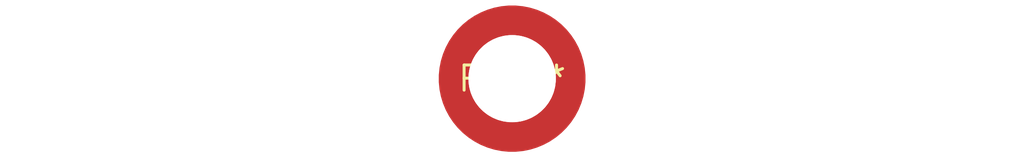
<source format=kicad_pcb>
(kicad_pcb (version 20240108) (generator pcbnew)
  (layers (0 "F.Cu" signal) (31 "B.Cu" signal) (34 "B.Paste" user) (35 "F.Paste" user) (36 "B.SilkS" user "B.Silkscreen") (37 "F.SilkS" user "F.Silkscreen") (38 "B.Mask" user) (39 "F.Mask" user) (44 "Edge.Cuts" user))
  (net 0 "")
  (footprint "Mounting_Wuerth_WA-SMSI-M3_H1.5mm_9774015360" (layer "F.Cu") (at 0 0)
    (property "Reference" "REF**")
    (property "Value" "Mounting_Wuerth_WA-SMSI-M3_H1.5mm_9774015360")
    (pad "" np_thru_hole circle (at 0 0) (size 4.4 4.4) (drill 4.4) (layers *.Cu *.Mask))
    (pad "1" smd circle (at -2.95 0) (size 1.1 1.1) (layers "F.Cu"))
    (pad "1" smd circle (at 0 -2.95) (size 1.1 1.1) (layers "F.Cu"))
    (pad "1" smd circle (at 0 2.95) (size 1.1 1.1) (layers "F.Cu"))
    (pad "1" smd custom (at 2.95 0) (size 1.1 1.1) (layers "F.Cu" "F.Mask") (options (clearance outline) (anchor circle)) (primitives (gr_circle (center -2.95 0) (end 0 0) (width 1.5) (fill no))))
  )
)
</source>
